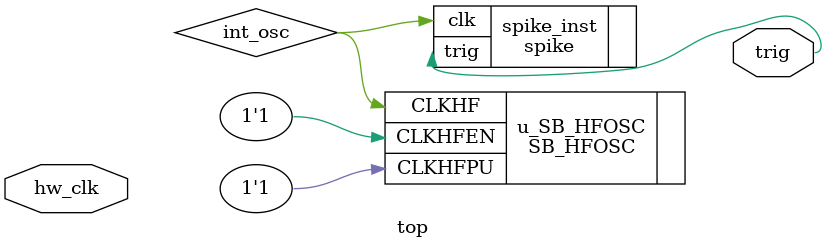
<source format=v>
`include "spike.v"         // Include state mashine for spike genation

module top (
    output wire trig,            // 10us spike output
    input wire hw_clk            // Hardware clock input (unused, using internal oscillator)
);

// Clock generation
wire int_osc;                    // Internal oscillator signal

// Instantiate spike genarator
spike spike_inst (
    .clk(int_osc),               // Connect to internal oscillator
    .trig(trig)                 // Connect to trigger output pin
);

// Instantiate internal oscillator (6 MHz)
SB_HFOSC #(.CLKHF_DIV ("0b11")) u_SB_HFOSC (
    .CLKHFPU(1'b1),              // Power up high-frequency oscillator
    .CLKHFEN(1'b1),              // Enable high-frequency oscillator
    .CLKHF(int_osc)              // Output clock signal
);

endmodule

</source>
